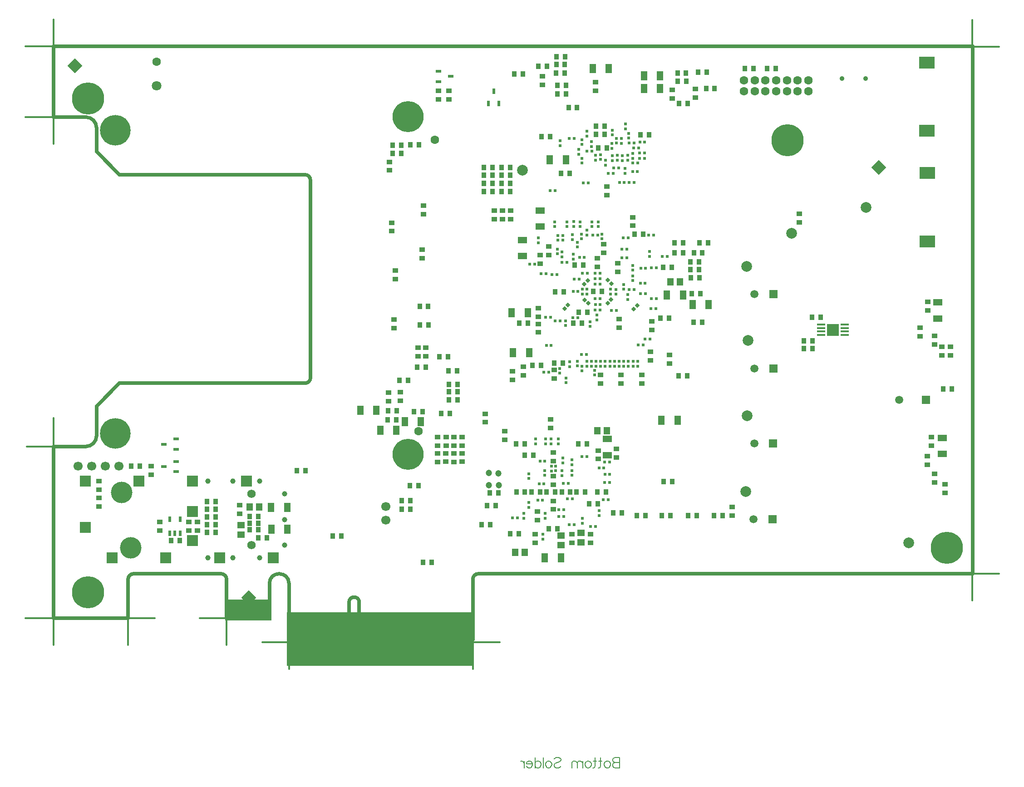
<source format=gbs>
G04*
G04 #@! TF.GenerationSoftware,Altium Limited,Altium Designer,21.6.4 (81)*
G04*
G04 Layer_Color=16711935*
%FSLAX24Y24*%
%MOIN*%
G70*
G04*
G04 #@! TF.SameCoordinates,234E1FED-3D11-4DA7-9908-FD86555A94E8*
G04*
G04*
G04 #@! TF.FilePolarity,Negative*
G04*
G01*
G75*
%ADD10C,0.0070*%
%ADD13C,0.0250*%
%ADD14C,0.0120*%
%ADD17R,0.0394X0.0354*%
%ADD18R,0.0354X0.0394*%
%ADD19R,0.0394X0.0374*%
%ADD20R,0.0374X0.0394*%
%ADD21R,0.0571X0.0453*%
%ADD25R,0.0244X0.0244*%
%ADD26R,0.0709X0.0453*%
%ADD27R,0.0453X0.0709*%
%ADD28R,0.0244X0.0244*%
%ADD29R,0.0236X0.0236*%
%ADD30R,0.0236X0.0236*%
%ADD31R,0.0591X0.0177*%
%ADD40R,0.0453X0.0571*%
%ADD58R,0.0276X0.1575*%
%ADD59R,0.0276X0.1260*%
%ADD73R,0.0394X0.0236*%
%ADD79C,0.1575*%
%ADD80C,0.2362*%
%ADD81C,0.0591*%
%ADD82R,0.0591X0.0591*%
%ADD83C,0.0787*%
%ADD84C,0.2244*%
%ADD85C,0.2283*%
%ADD86R,0.1181X0.0866*%
%ADD87C,0.0669*%
%ADD88C,0.0709*%
%ADD89C,0.0630*%
%ADD90C,0.0614*%
%ADD91C,0.0354*%
%ADD92C,0.0394*%
%ADD93R,0.0787X0.0787*%
%ADD129R,0.3440X0.1530*%
%ADD130R,1.3677X0.3937*%
%ADD131R,0.0850X0.0900*%
%ADD132C,0.0472*%
%ADD133P,0.0345X4X90.0*%
%ADD134P,0.1114X4X270.0*%
%ADD135P,0.0345X4X180.0*%
%ADD136R,0.0236X0.0413*%
%ADD137R,0.0236X0.0433*%
D10*
X72000Y24750D02*
Y24000D01*
Y24750D02*
X71679D01*
X71571Y24714D01*
X71536Y24678D01*
X71500Y24607D01*
Y24535D01*
X71536Y24464D01*
X71571Y24428D01*
X71679Y24393D01*
X72000D02*
X71679D01*
X71571Y24357D01*
X71536Y24321D01*
X71500Y24250D01*
Y24143D01*
X71536Y24071D01*
X71571Y24035D01*
X71679Y24000D01*
X72000D01*
X71154Y24500D02*
X71225Y24464D01*
X71297Y24393D01*
X71332Y24285D01*
Y24214D01*
X71297Y24107D01*
X71225Y24035D01*
X71154Y24000D01*
X71047D01*
X70975Y24035D01*
X70904Y24107D01*
X70868Y24214D01*
Y24285D01*
X70904Y24393D01*
X70975Y24464D01*
X71047Y24500D01*
X71154D01*
X70597Y24750D02*
Y24143D01*
X70561Y24035D01*
X70490Y24000D01*
X70418D01*
X70704Y24500D02*
X70454D01*
X70204Y24750D02*
Y24143D01*
X70168Y24035D01*
X70097Y24000D01*
X70025D01*
X70311Y24500D02*
X70061D01*
X69740D02*
X69811Y24464D01*
X69883Y24393D01*
X69918Y24285D01*
Y24214D01*
X69883Y24107D01*
X69811Y24035D01*
X69740Y24000D01*
X69633D01*
X69561Y24035D01*
X69490Y24107D01*
X69454Y24214D01*
Y24285D01*
X69490Y24393D01*
X69561Y24464D01*
X69633Y24500D01*
X69740D01*
X69290D02*
Y24000D01*
Y24357D02*
X69183Y24464D01*
X69111Y24500D01*
X69004D01*
X68933Y24464D01*
X68897Y24357D01*
Y24000D01*
Y24357D02*
X68790Y24464D01*
X68718Y24500D01*
X68611D01*
X68540Y24464D01*
X68504Y24357D01*
Y24000D01*
X67180Y24643D02*
X67251Y24714D01*
X67358Y24750D01*
X67501D01*
X67608Y24714D01*
X67679Y24643D01*
Y24571D01*
X67644Y24500D01*
X67608Y24464D01*
X67537Y24428D01*
X67322Y24357D01*
X67251Y24321D01*
X67215Y24285D01*
X67180Y24214D01*
Y24107D01*
X67251Y24035D01*
X67358Y24000D01*
X67501D01*
X67608Y24035D01*
X67679Y24107D01*
X66833Y24500D02*
X66905Y24464D01*
X66976Y24393D01*
X67012Y24285D01*
Y24214D01*
X66976Y24107D01*
X66905Y24035D01*
X66833Y24000D01*
X66726D01*
X66655Y24035D01*
X66583Y24107D01*
X66548Y24214D01*
Y24285D01*
X66583Y24393D01*
X66655Y24464D01*
X66726Y24500D01*
X66833D01*
X66383Y24750D02*
Y24000D01*
X65798Y24750D02*
Y24000D01*
Y24393D02*
X65869Y24464D01*
X65941Y24500D01*
X66048D01*
X66119Y24464D01*
X66190Y24393D01*
X66226Y24285D01*
Y24214D01*
X66190Y24107D01*
X66119Y24035D01*
X66048Y24000D01*
X65941D01*
X65869Y24035D01*
X65798Y24107D01*
X65598Y24285D02*
X65169D01*
Y24357D01*
X65205Y24428D01*
X65241Y24464D01*
X65312Y24500D01*
X65419D01*
X65491Y24464D01*
X65562Y24393D01*
X65598Y24285D01*
Y24214D01*
X65562Y24107D01*
X65491Y24035D01*
X65419Y24000D01*
X65312D01*
X65241Y24035D01*
X65169Y24107D01*
X65009Y24500D02*
Y24000D01*
Y24285D02*
X64973Y24393D01*
X64901Y24464D01*
X64830Y24500D01*
X64723D01*
X72000Y24750D02*
Y24000D01*
Y24750D02*
X71679D01*
X71572Y24714D01*
X71536Y24678D01*
X71500Y24607D01*
Y24536D01*
X71536Y24464D01*
X71572Y24428D01*
X71679Y24393D01*
X72000D02*
X71679D01*
X71572Y24357D01*
X71536Y24321D01*
X71500Y24250D01*
Y24143D01*
X71536Y24071D01*
X71572Y24036D01*
X71679Y24000D01*
X72000D01*
X71154Y24500D02*
X71225Y24464D01*
X71297Y24393D01*
X71332Y24286D01*
Y24214D01*
X71297Y24107D01*
X71225Y24036D01*
X71154Y24000D01*
X71047D01*
X70975Y24036D01*
X70904Y24107D01*
X70868Y24214D01*
Y24286D01*
X70904Y24393D01*
X70975Y24464D01*
X71047Y24500D01*
X71154D01*
X70597Y24750D02*
Y24143D01*
X70561Y24036D01*
X70490Y24000D01*
X70418D01*
X70704Y24500D02*
X70454D01*
X70204Y24750D02*
Y24143D01*
X70168Y24036D01*
X70097Y24000D01*
X70025D01*
X70311Y24500D02*
X70061D01*
X69740D02*
X69811Y24464D01*
X69883Y24393D01*
X69918Y24286D01*
Y24214D01*
X69883Y24107D01*
X69811Y24036D01*
X69740Y24000D01*
X69633D01*
X69561Y24036D01*
X69490Y24107D01*
X69454Y24214D01*
Y24286D01*
X69490Y24393D01*
X69561Y24464D01*
X69633Y24500D01*
X69740D01*
X69290D02*
Y24000D01*
Y24357D02*
X69183Y24464D01*
X69111Y24500D01*
X69004D01*
X68933Y24464D01*
X68897Y24357D01*
Y24000D01*
Y24357D02*
X68790Y24464D01*
X68719Y24500D01*
X68611D01*
X68540Y24464D01*
X68504Y24357D01*
Y24000D01*
X67180Y24643D02*
X67251Y24714D01*
X67358Y24750D01*
X67501D01*
X67608Y24714D01*
X67680Y24643D01*
Y24571D01*
X67644Y24500D01*
X67608Y24464D01*
X67537Y24428D01*
X67322Y24357D01*
X67251Y24321D01*
X67215Y24286D01*
X67180Y24214D01*
Y24107D01*
X67251Y24036D01*
X67358Y24000D01*
X67501D01*
X67608Y24036D01*
X67680Y24107D01*
X66833Y24500D02*
X66905Y24464D01*
X66976Y24393D01*
X67012Y24286D01*
Y24214D01*
X66976Y24107D01*
X66905Y24036D01*
X66833Y24000D01*
X66726D01*
X66655Y24036D01*
X66583Y24107D01*
X66548Y24214D01*
Y24286D01*
X66583Y24393D01*
X66655Y24464D01*
X66726Y24500D01*
X66833D01*
X66383Y24750D02*
Y24000D01*
X65798Y24750D02*
Y24000D01*
Y24393D02*
X65869Y24464D01*
X65941Y24500D01*
X66048D01*
X66119Y24464D01*
X66191Y24393D01*
X66226Y24286D01*
Y24214D01*
X66191Y24107D01*
X66119Y24036D01*
X66048Y24000D01*
X65941D01*
X65869Y24036D01*
X65798Y24107D01*
X65598Y24286D02*
X65169D01*
Y24357D01*
X65205Y24428D01*
X65241Y24464D01*
X65312Y24500D01*
X65419D01*
X65491Y24464D01*
X65562Y24393D01*
X65598Y24286D01*
Y24214D01*
X65562Y24107D01*
X65491Y24036D01*
X65419Y24000D01*
X65312D01*
X65241Y24036D01*
X65169Y24107D01*
X65009Y24500D02*
Y24000D01*
Y24286D02*
X64973Y24393D01*
X64902Y24464D01*
X64830Y24500D01*
X64723D01*
D13*
X61614Y38248D02*
G03*
X61220Y37854I0J-394D01*
G01*
X43130D02*
G03*
X42736Y38248I-394J0D01*
G01*
X36299D02*
G03*
X35905Y37854I0J-394D01*
G01*
X48898Y52244D02*
G03*
X49291Y52638I0J394D01*
G01*
Y67165D02*
G03*
X48898Y67559I-394J0D01*
G01*
X32795Y47598D02*
G03*
X33583Y48386I0J787D01*
G01*
Y71004D02*
G03*
X32795Y71791I-787J0D01*
G01*
X47716Y37529D02*
G03*
X46279Y37529I-719J0D01*
G01*
X52874Y36161D02*
G03*
X52126Y36161I-374J0D01*
G01*
X33583Y48386D02*
Y50551D01*
X35276Y52244D01*
X48898D01*
X35276Y67559D02*
X48898D01*
X61614Y38248D02*
X97904D01*
X61220Y33425D02*
Y37854D01*
X43130Y35000D02*
Y37854D01*
X36299Y38248D02*
X42736D01*
X35905Y35000D02*
Y37854D01*
X49291Y52638D02*
Y67165D01*
X33583Y69252D02*
X35276Y67559D01*
X33583Y69252D02*
Y71004D01*
X30433Y71791D02*
Y76988D01*
X97913D01*
X30433Y35000D02*
Y47598D01*
X32795D01*
X30433Y71791D02*
X32795D01*
X52126Y33425D02*
Y36161D01*
X43130Y35000D02*
X46279D01*
Y37529D01*
X47716Y33425D02*
Y37529D01*
Y33425D02*
X47913Y33228D01*
X51929D01*
X52126Y33425D01*
X52874D02*
Y36161D01*
Y33425D02*
X53071Y33228D01*
X53071Y33228D02*
X61024D01*
X61220Y33425D01*
X97913Y38248D02*
Y76988D01*
X30433Y35000D02*
X35905D01*
D14*
X46929Y52244D02*
X48898D01*
X49291Y52638D02*
Y54606D01*
Y65197D02*
Y67165D01*
X46811Y67559D02*
X48898D01*
X30433Y69823D02*
Y71791D01*
X28346D02*
X30433D01*
X28465Y47598D02*
X30433D01*
Y49685D01*
X35905Y35000D02*
X37874D01*
X35905Y33031D02*
Y35000D01*
X97884Y36284D02*
Y38253D01*
X61220Y33229D02*
X63189D01*
X61220Y31260D02*
Y33229D01*
X47716Y31260D02*
Y33228D01*
X28346Y76988D02*
X30433D01*
Y78956D01*
X97898Y76954D02*
Y78923D01*
Y76954D02*
X99866D01*
X43130Y33031D02*
Y35000D01*
X41161D02*
X43130D01*
X45748Y33228D02*
X47716D01*
X97884Y38253D02*
X99852D01*
X28346Y35000D02*
X30433D01*
Y33031D02*
Y35000D01*
D17*
X33750Y43815D02*
D03*
Y43185D02*
D03*
X37600Y46165D02*
D03*
Y45535D02*
D03*
X59473Y73713D02*
D03*
Y73083D02*
D03*
X40349Y41413D02*
D03*
Y42043D02*
D03*
X58643Y47653D02*
D03*
Y48283D02*
D03*
X59843Y47653D02*
D03*
Y48283D02*
D03*
X59243Y47103D02*
D03*
Y46473D02*
D03*
X60433Y47103D02*
D03*
Y46473D02*
D03*
X66924Y49584D02*
D03*
Y48954D02*
D03*
X70213Y73723D02*
D03*
Y74353D02*
D03*
X70829Y62459D02*
D03*
Y61829D02*
D03*
X71063Y66043D02*
D03*
Y66673D02*
D03*
X69876Y40511D02*
D03*
Y41141D02*
D03*
X70376Y60795D02*
D03*
Y61425D02*
D03*
X33750Y44435D02*
D03*
Y45065D02*
D03*
X94613Y58233D02*
D03*
Y57603D02*
D03*
X96280Y54931D02*
D03*
Y54301D02*
D03*
X95900Y44820D02*
D03*
Y44190D02*
D03*
X94903Y48283D02*
D03*
Y47653D02*
D03*
X63573Y48713D02*
D03*
Y48083D02*
D03*
X59843Y47093D02*
D03*
Y46463D02*
D03*
X60443Y47653D02*
D03*
Y48283D02*
D03*
X59253Y47653D02*
D03*
Y48283D02*
D03*
X58643Y46453D02*
D03*
Y47083D02*
D03*
X63403Y64913D02*
D03*
Y64283D02*
D03*
X63993Y64913D02*
D03*
Y64283D02*
D03*
X62793D02*
D03*
Y64913D02*
D03*
X40979Y42053D02*
D03*
Y41423D02*
D03*
X38239Y42063D02*
D03*
Y41433D02*
D03*
X85200Y64693D02*
D03*
Y64063D02*
D03*
X80273Y42523D02*
D03*
Y43153D02*
D03*
X58683Y73713D02*
D03*
Y73083D02*
D03*
X95659Y54931D02*
D03*
Y54301D02*
D03*
D18*
X86148Y54790D02*
D03*
X85518D02*
D03*
X76658Y61828D02*
D03*
X76028D02*
D03*
X48918Y45818D02*
D03*
X48288D02*
D03*
X62038Y68098D02*
D03*
X62668D02*
D03*
X62038Y66918D02*
D03*
X62668D02*
D03*
X62038Y67508D02*
D03*
X62668D02*
D03*
X62038Y66328D02*
D03*
X62668D02*
D03*
X63318D02*
D03*
X63948D02*
D03*
X63318Y67508D02*
D03*
X63948D02*
D03*
X63318Y66918D02*
D03*
X63948D02*
D03*
X63318Y68098D02*
D03*
X63948D02*
D03*
X62498Y41868D02*
D03*
X61868D02*
D03*
X75228Y45038D02*
D03*
X75858D02*
D03*
X96388Y51828D02*
D03*
X95758D02*
D03*
X70425Y69526D02*
D03*
X71055D02*
D03*
X64628Y56658D02*
D03*
X65258D02*
D03*
X70258Y71118D02*
D03*
X70888D02*
D03*
X67428Y74138D02*
D03*
X68058D02*
D03*
X67978Y75648D02*
D03*
X67348D02*
D03*
X76038Y62558D02*
D03*
X76668D02*
D03*
X59435Y53150D02*
D03*
X60065D02*
D03*
X56635Y69750D02*
D03*
X57265D02*
D03*
X58773Y54172D02*
D03*
X59403D02*
D03*
X50935Y41008D02*
D03*
X51565D02*
D03*
X58199Y39094D02*
D03*
X57569D02*
D03*
X41706Y43543D02*
D03*
X42336D02*
D03*
X41706Y42977D02*
D03*
X42336D02*
D03*
X41706Y42411D02*
D03*
X42336D02*
D03*
X41706Y41845D02*
D03*
X42336D02*
D03*
X41704Y41278D02*
D03*
X42334D02*
D03*
X55328Y69708D02*
D03*
X55958D02*
D03*
X55328Y69133D02*
D03*
X55958D02*
D03*
X69313Y60913D02*
D03*
X68683D02*
D03*
X64258Y74968D02*
D03*
X64888D02*
D03*
X36765Y46150D02*
D03*
X36135D02*
D03*
X82818Y75358D02*
D03*
X83448D02*
D03*
X63088Y44188D02*
D03*
X62458D02*
D03*
X78488Y62548D02*
D03*
X77858D02*
D03*
X62898Y43258D02*
D03*
X62268D02*
D03*
X55998Y42988D02*
D03*
X56628D02*
D03*
X55998Y43618D02*
D03*
X56628D02*
D03*
X85518Y55370D02*
D03*
X86148D02*
D03*
X71518Y42718D02*
D03*
X72148D02*
D03*
X79558Y42528D02*
D03*
X78928D02*
D03*
X77658D02*
D03*
X77028D02*
D03*
X75728Y42518D02*
D03*
X75098D02*
D03*
X73908Y42528D02*
D03*
X73278D02*
D03*
X76949Y52805D02*
D03*
X76319D02*
D03*
D19*
X55533Y60523D02*
D03*
Y59893D02*
D03*
X57579Y64658D02*
D03*
Y65288D02*
D03*
X55098Y67874D02*
D03*
Y68504D02*
D03*
X55423Y56299D02*
D03*
Y56929D02*
D03*
X57486Y61415D02*
D03*
Y62045D02*
D03*
X55256Y63406D02*
D03*
Y64035D02*
D03*
X75853Y73793D02*
D03*
Y73163D02*
D03*
X75663Y53703D02*
D03*
Y54333D02*
D03*
X55893Y51573D02*
D03*
Y50943D02*
D03*
X55023Y51553D02*
D03*
Y50923D02*
D03*
X77573Y73223D02*
D03*
Y73853D02*
D03*
X74260Y54555D02*
D03*
Y53925D02*
D03*
X66793Y62293D02*
D03*
Y61663D02*
D03*
X66333Y74163D02*
D03*
Y74793D02*
D03*
X64123Y52503D02*
D03*
Y53133D02*
D03*
X67130Y42975D02*
D03*
Y43605D02*
D03*
X67125Y45413D02*
D03*
Y44783D02*
D03*
X65953Y42195D02*
D03*
Y42824D02*
D03*
X44088Y43287D02*
D03*
Y42657D02*
D03*
X94583Y46873D02*
D03*
Y46243D02*
D03*
X66033Y55973D02*
D03*
Y56603D02*
D03*
X71872Y60431D02*
D03*
Y61061D02*
D03*
X64933Y53443D02*
D03*
Y52813D02*
D03*
X66033Y57743D02*
D03*
Y57113D02*
D03*
X66145Y61010D02*
D03*
Y61640D02*
D03*
X71960Y56957D02*
D03*
Y56327D02*
D03*
X71763Y46803D02*
D03*
Y47433D02*
D03*
X72111Y52842D02*
D03*
Y52212D02*
D03*
X73617D02*
D03*
Y52842D02*
D03*
X70595D02*
D03*
Y52212D02*
D03*
X67190Y53206D02*
D03*
Y52576D02*
D03*
X72964Y63807D02*
D03*
Y64437D02*
D03*
X65803Y41153D02*
D03*
Y40523D02*
D03*
X68498Y41141D02*
D03*
Y40511D02*
D03*
X70432Y47303D02*
D03*
Y46673D02*
D03*
X67120Y47145D02*
D03*
Y46515D02*
D03*
X57200Y54865D02*
D03*
Y54235D02*
D03*
X57750D02*
D03*
Y54865D02*
D03*
X94073Y56313D02*
D03*
Y55683D02*
D03*
X62113Y50003D02*
D03*
Y49373D02*
D03*
X74353Y56793D02*
D03*
Y56163D02*
D03*
X95113Y55733D02*
D03*
Y55103D02*
D03*
X95143Y44953D02*
D03*
Y45583D02*
D03*
D20*
X57964Y56531D02*
D03*
X57334D02*
D03*
X81838Y75358D02*
D03*
X81208D02*
D03*
X67318Y75008D02*
D03*
X67948D02*
D03*
X67418Y73488D02*
D03*
X68048D02*
D03*
X76248Y75018D02*
D03*
X76878D02*
D03*
X57228Y44718D02*
D03*
X56598D02*
D03*
X66255Y70352D02*
D03*
X66884D02*
D03*
X77448Y61838D02*
D03*
X78078D02*
D03*
X56883Y50157D02*
D03*
X57513D02*
D03*
X77858Y59978D02*
D03*
X77228D02*
D03*
X57120Y53424D02*
D03*
X57750D02*
D03*
X60085Y52170D02*
D03*
X59455D02*
D03*
X55835Y52450D02*
D03*
X56465D02*
D03*
X66668Y75518D02*
D03*
X66038D02*
D03*
X76998Y72788D02*
D03*
X76368D02*
D03*
X75638Y57008D02*
D03*
X75008D02*
D03*
X75209Y60746D02*
D03*
X75838D02*
D03*
X70262Y70531D02*
D03*
X70892D02*
D03*
X73516Y70490D02*
D03*
X74146D02*
D03*
X73725Y63200D02*
D03*
X73095D02*
D03*
X67700Y67644D02*
D03*
X68330D02*
D03*
X65028Y47805D02*
D03*
X64398D02*
D03*
X68955D02*
D03*
X69585D02*
D03*
X65658Y46958D02*
D03*
X65028D02*
D03*
X66785Y41560D02*
D03*
X67415D02*
D03*
X68827Y44271D02*
D03*
X69457D02*
D03*
X77938Y58808D02*
D03*
X77308D02*
D03*
X60085Y51020D02*
D03*
X59455D02*
D03*
X54988Y50238D02*
D03*
X55618D02*
D03*
X69237Y56641D02*
D03*
X68607D02*
D03*
X46087Y40874D02*
D03*
X45457D02*
D03*
X44836Y41968D02*
D03*
X45466D02*
D03*
Y41476D02*
D03*
X44836D02*
D03*
Y42460D02*
D03*
X45466D02*
D03*
X68248Y72478D02*
D03*
X68878D02*
D03*
X67368Y76238D02*
D03*
X67998D02*
D03*
X67256Y58965D02*
D03*
X67886D02*
D03*
X78048Y56728D02*
D03*
X77418D02*
D03*
X39704Y40698D02*
D03*
X39074D02*
D03*
X77836Y60580D02*
D03*
X77206D02*
D03*
X69631Y57448D02*
D03*
X69001D02*
D03*
X70071Y58984D02*
D03*
X70701D02*
D03*
X77836Y61142D02*
D03*
X77206D02*
D03*
X67829Y53718D02*
D03*
X67199D02*
D03*
X66235Y53551D02*
D03*
X65605D02*
D03*
X70979Y44240D02*
D03*
X70349D02*
D03*
X65526Y44259D02*
D03*
X66156D02*
D03*
X64585Y41200D02*
D03*
X63955D02*
D03*
X69759Y43393D02*
D03*
X70388D02*
D03*
X65044Y44250D02*
D03*
X64414D02*
D03*
X67272Y44271D02*
D03*
X66642D02*
D03*
X68375Y44252D02*
D03*
X67745D02*
D03*
X76268Y74418D02*
D03*
X76898D02*
D03*
X59455Y51620D02*
D03*
X60085D02*
D03*
X55608Y49568D02*
D03*
X54978D02*
D03*
X58885Y50020D02*
D03*
X59515D02*
D03*
X78348Y73888D02*
D03*
X78978D02*
D03*
X86132Y57087D02*
D03*
X86762D02*
D03*
X78388Y75078D02*
D03*
X77758D02*
D03*
X57943Y57894D02*
D03*
X57313D02*
D03*
D21*
X69167Y40550D02*
D03*
Y41259D02*
D03*
X44187Y41830D02*
D03*
Y41121D02*
D03*
X67711Y40352D02*
D03*
Y41061D02*
D03*
D25*
X75143Y61570D02*
D03*
X75497D02*
D03*
X70025Y63138D02*
D03*
X70380D02*
D03*
X69687Y66967D02*
D03*
X69333D02*
D03*
X73870Y59585D02*
D03*
X73516D02*
D03*
X73909Y60697D02*
D03*
X73555D02*
D03*
X74333Y60707D02*
D03*
X74687D02*
D03*
X74680Y58458D02*
D03*
X74326D02*
D03*
X73897Y58830D02*
D03*
X73543D02*
D03*
X74480Y63138D02*
D03*
X74126D02*
D03*
X73330Y68408D02*
D03*
X72976D02*
D03*
X73057Y67000D02*
D03*
X72703D02*
D03*
X71519Y67644D02*
D03*
X71164D02*
D03*
X68306Y70238D02*
D03*
X68660D02*
D03*
X72337Y67000D02*
D03*
X71983D02*
D03*
X73827Y68760D02*
D03*
X73473D02*
D03*
X73840Y69949D02*
D03*
X73486D02*
D03*
X69047Y61484D02*
D03*
X69401D02*
D03*
X72617Y62930D02*
D03*
X72263D02*
D03*
X72512Y62085D02*
D03*
X72157D02*
D03*
X68577Y57055D02*
D03*
X68932D02*
D03*
X73369Y55056D02*
D03*
X73723D02*
D03*
X67524Y42940D02*
D03*
X67879D02*
D03*
X70225Y41712D02*
D03*
X69871D02*
D03*
X66507Y46520D02*
D03*
X66153D02*
D03*
X68532Y43740D02*
D03*
X68178D02*
D03*
X66337Y43661D02*
D03*
X65983D02*
D03*
X67888Y42448D02*
D03*
X67534D02*
D03*
X66616Y55038D02*
D03*
X66970D02*
D03*
X64142Y42342D02*
D03*
X64497D02*
D03*
X67873Y44901D02*
D03*
X68227D02*
D03*
X74660Y57728D02*
D03*
X74306D02*
D03*
X67263Y66374D02*
D03*
X66909D02*
D03*
X72167Y61465D02*
D03*
X72522D02*
D03*
X67267Y56827D02*
D03*
X67621D02*
D03*
X65762Y60982D02*
D03*
X65408D02*
D03*
X67034Y60215D02*
D03*
X67389D02*
D03*
X70206Y58448D02*
D03*
X70560D02*
D03*
X70573Y58010D02*
D03*
X70218D02*
D03*
X70563Y59516D02*
D03*
X70209D02*
D03*
Y60313D02*
D03*
X70563D02*
D03*
X69273Y60320D02*
D03*
X69627D02*
D03*
X70563Y57606D02*
D03*
X70209D02*
D03*
X70563Y59929D02*
D03*
X70209D02*
D03*
X68583Y58990D02*
D03*
X68937D02*
D03*
X69027Y59890D02*
D03*
X68673D02*
D03*
X71409Y57587D02*
D03*
X71764D02*
D03*
X68117Y61110D02*
D03*
X67763D02*
D03*
X73066Y59113D02*
D03*
X72711D02*
D03*
X68292Y41868D02*
D03*
X68646D02*
D03*
X69585Y46840D02*
D03*
X69231D02*
D03*
X66436Y44842D02*
D03*
X66081D02*
D03*
X74217Y55480D02*
D03*
X73863D02*
D03*
X66226Y60288D02*
D03*
X66580D02*
D03*
X70481Y46023D02*
D03*
X70835D02*
D03*
X66930Y57088D02*
D03*
X66576D02*
D03*
D26*
X95683Y47047D02*
D03*
Y48229D02*
D03*
X66164Y64928D02*
D03*
Y63746D02*
D03*
X71100Y48141D02*
D03*
Y46959D02*
D03*
X64863Y61587D02*
D03*
Y62769D02*
D03*
X95373Y56997D02*
D03*
Y58179D02*
D03*
D27*
X64178Y54476D02*
D03*
X65359D02*
D03*
X66499Y39430D02*
D03*
X67681D02*
D03*
X68048Y68659D02*
D03*
X66867D02*
D03*
X56212Y49438D02*
D03*
X57394D02*
D03*
X54422Y48778D02*
D03*
X55604D02*
D03*
X75466Y58708D02*
D03*
X76647D02*
D03*
X74964Y74828D02*
D03*
X73782D02*
D03*
X71194Y75358D02*
D03*
X70012D02*
D03*
X73779Y73874D02*
D03*
X74960D02*
D03*
X64068Y57418D02*
D03*
X65249D02*
D03*
X77352Y58038D02*
D03*
X78534D02*
D03*
X46428Y41528D02*
D03*
X47609D02*
D03*
X46398Y43118D02*
D03*
X47579D02*
D03*
X75072Y49528D02*
D03*
X76254D02*
D03*
X54134Y50248D02*
D03*
X52952D02*
D03*
D28*
X71449Y70480D02*
D03*
Y70835D02*
D03*
X72974Y60539D02*
D03*
Y60894D02*
D03*
X69930Y69977D02*
D03*
Y69623D02*
D03*
X72430Y71277D02*
D03*
Y70923D02*
D03*
X69234Y69782D02*
D03*
Y70136D02*
D03*
X67620Y70057D02*
D03*
Y69703D02*
D03*
X69611Y70746D02*
D03*
Y70391D02*
D03*
X68895Y62246D02*
D03*
Y62601D02*
D03*
X69820Y56767D02*
D03*
Y56413D02*
D03*
X68020Y56827D02*
D03*
Y56473D02*
D03*
X65343Y45600D02*
D03*
Y45246D02*
D03*
Y43484D02*
D03*
Y43130D02*
D03*
X70501Y42519D02*
D03*
Y42874D02*
D03*
X68493Y45826D02*
D03*
Y45472D02*
D03*
Y46260D02*
D03*
Y46614D02*
D03*
X67302Y46161D02*
D03*
Y45807D02*
D03*
X67833Y46387D02*
D03*
Y46742D02*
D03*
X69261Y41968D02*
D03*
Y42323D02*
D03*
X64950Y42687D02*
D03*
Y42332D02*
D03*
X66505Y45826D02*
D03*
Y45472D02*
D03*
X66524Y42332D02*
D03*
Y42687D02*
D03*
X68998Y69417D02*
D03*
Y69063D02*
D03*
X67420Y62097D02*
D03*
Y61743D02*
D03*
X74195Y61553D02*
D03*
Y61908D02*
D03*
X66017Y62921D02*
D03*
Y62567D02*
D03*
X72290Y59143D02*
D03*
Y59497D02*
D03*
X69250Y58793D02*
D03*
Y59147D02*
D03*
X71714Y59132D02*
D03*
Y58778D02*
D03*
X71321Y59142D02*
D03*
Y58787D02*
D03*
X69608D02*
D03*
Y59142D02*
D03*
X70336Y56888D02*
D03*
Y57242D02*
D03*
X72610Y58393D02*
D03*
Y58747D02*
D03*
X68604Y61711D02*
D03*
Y61356D02*
D03*
X67770Y61877D02*
D03*
Y61523D02*
D03*
X66353Y40791D02*
D03*
Y41145D02*
D03*
X66980Y46157D02*
D03*
Y45803D02*
D03*
X67760Y45470D02*
D03*
Y45824D02*
D03*
D29*
X66953Y47793D02*
D03*
Y48147D02*
D03*
X66570Y47793D02*
D03*
Y48147D02*
D03*
X72301Y53856D02*
D03*
Y53502D02*
D03*
X73320Y53857D02*
D03*
Y53503D02*
D03*
X71961Y53856D02*
D03*
Y53502D02*
D03*
X72640Y53856D02*
D03*
Y53502D02*
D03*
X71621Y53856D02*
D03*
Y53502D02*
D03*
X70941Y53856D02*
D03*
Y53502D02*
D03*
X72980Y53856D02*
D03*
Y53502D02*
D03*
X70601Y53856D02*
D03*
Y53502D02*
D03*
X71281Y53856D02*
D03*
Y53502D02*
D03*
X69582Y53856D02*
D03*
Y53502D02*
D03*
X70152Y52842D02*
D03*
Y53196D02*
D03*
X70262Y53856D02*
D03*
Y53502D02*
D03*
X69922Y53856D02*
D03*
Y53502D02*
D03*
X71823Y68631D02*
D03*
Y68985D02*
D03*
X70223Y68621D02*
D03*
Y68975D02*
D03*
X70603Y68681D02*
D03*
Y69035D02*
D03*
X72382Y67665D02*
D03*
Y68020D02*
D03*
X69207Y62843D02*
D03*
Y63197D02*
D03*
X68142Y63748D02*
D03*
Y64102D02*
D03*
X71760Y69873D02*
D03*
Y70227D02*
D03*
X71453Y68601D02*
D03*
Y68955D02*
D03*
X70949Y68256D02*
D03*
Y68610D02*
D03*
X72963Y69125D02*
D03*
Y68771D02*
D03*
X71433Y69501D02*
D03*
Y69855D02*
D03*
X72659Y70244D02*
D03*
Y70599D02*
D03*
X72118Y69867D02*
D03*
Y70222D02*
D03*
X72583Y68621D02*
D03*
Y68975D02*
D03*
X72203Y68601D02*
D03*
Y68955D02*
D03*
X69244Y68413D02*
D03*
Y68768D02*
D03*
X67453Y62744D02*
D03*
Y63099D02*
D03*
X67827Y62744D02*
D03*
Y63099D02*
D03*
X69953Y63748D02*
D03*
Y64102D02*
D03*
X70710Y62843D02*
D03*
Y63197D02*
D03*
X69080Y63743D02*
D03*
Y64097D02*
D03*
X69242Y53147D02*
D03*
Y53502D02*
D03*
X67495Y47793D02*
D03*
Y48147D02*
D03*
X65831Y47793D02*
D03*
Y48147D02*
D03*
X69598Y63118D02*
D03*
Y63473D02*
D03*
X67236Y63748D02*
D03*
Y64102D02*
D03*
X68614Y63768D02*
D03*
Y64122D02*
D03*
X70425Y63748D02*
D03*
Y64102D02*
D03*
X68533Y62786D02*
D03*
Y63140D02*
D03*
X68340Y53453D02*
D03*
Y53807D02*
D03*
X68902Y53511D02*
D03*
Y53866D02*
D03*
X67603Y53334D02*
D03*
Y52980D02*
D03*
X68070Y52283D02*
D03*
Y52637D02*
D03*
X72950Y60127D02*
D03*
Y59773D02*
D03*
D30*
X71572Y68060D02*
D03*
X71927D02*
D03*
X72947Y67775D02*
D03*
X73302D02*
D03*
X72709Y69890D02*
D03*
X73063D02*
D03*
X69603Y69290D02*
D03*
X69957D02*
D03*
X73043Y69510D02*
D03*
X73397D02*
D03*
X73463Y69150D02*
D03*
X73817D02*
D03*
X71156Y43689D02*
D03*
X70802D02*
D03*
X71264Y44958D02*
D03*
X70910D02*
D03*
X71274Y45549D02*
D03*
X70920D02*
D03*
X71255Y46454D02*
D03*
X70900D02*
D03*
X69197Y54358D02*
D03*
X69552D02*
D03*
X66796Y53039D02*
D03*
X66442D02*
D03*
D31*
X88519Y56552D02*
D03*
Y56296D02*
D03*
Y56040D02*
D03*
Y55784D02*
D03*
X86787D02*
D03*
Y56040D02*
D03*
Y56296D02*
D03*
Y56552D02*
D03*
D40*
X65034Y39811D02*
D03*
X64325D02*
D03*
X44817Y43149D02*
D03*
X45525D02*
D03*
X70350Y48750D02*
D03*
X71059D02*
D03*
X75713Y59692D02*
D03*
X76422D02*
D03*
D58*
X60984Y34646D02*
D03*
X60591Y34646D02*
D03*
X60197Y34646D02*
D03*
X59803Y34646D02*
D03*
X59409Y34646D02*
D03*
X59016Y34646D02*
D03*
X58622Y34646D02*
D03*
X58228Y34646D02*
D03*
X57835Y34646D02*
D03*
X57441Y34646D02*
D03*
X57047Y34646D02*
D03*
X56654Y34646D02*
D03*
X56260Y34646D02*
D03*
X55866Y34646D02*
D03*
X48346Y34646D02*
D03*
X48740D02*
D03*
X49134D02*
D03*
X49528D02*
D03*
X49921D02*
D03*
X50315D02*
D03*
X50709D02*
D03*
X51102D02*
D03*
X51496D02*
D03*
X51890D02*
D03*
X53110D02*
D03*
X53504D02*
D03*
X53898D02*
D03*
X54291D02*
D03*
X54685D02*
D03*
X55079D02*
D03*
X55472D02*
D03*
D59*
X47953Y34803D02*
D03*
D73*
X38530Y47768D02*
D03*
X39436Y47394D02*
D03*
Y48142D02*
D03*
X39426Y46502D02*
D03*
Y45754D02*
D03*
X38520Y46128D02*
D03*
X58680Y74404D02*
D03*
Y75152D02*
D03*
X59586Y74778D02*
D03*
D79*
X36089Y40158D02*
D03*
X35439Y44238D02*
D03*
D80*
X96013Y40168D02*
D03*
X32952Y73168D02*
D03*
X84343Y70098D02*
D03*
X32952Y36892D02*
D03*
D81*
X81884Y47808D02*
D03*
X81834Y42248D02*
D03*
X81904Y58798D02*
D03*
Y53338D02*
D03*
X92539Y51038D02*
D03*
D82*
X83262Y47808D02*
D03*
X83212Y42248D02*
D03*
X83282Y58798D02*
D03*
Y53338D02*
D03*
X94507Y51038D02*
D03*
D83*
X81373Y49848D02*
D03*
X93233Y40508D02*
D03*
X90100Y65150D02*
D03*
X81253Y44288D02*
D03*
X81323Y60828D02*
D03*
X81413Y55398D02*
D03*
X84627Y63240D02*
D03*
X64873Y67878D02*
D03*
D84*
X34961Y48563D02*
D03*
Y70827D02*
D03*
D85*
X56457Y47008D02*
D03*
X56457Y71811D02*
D03*
D86*
X94563Y75788D02*
D03*
Y70772D02*
D03*
X94583Y67678D02*
D03*
Y62662D02*
D03*
D87*
X54813Y43188D02*
D03*
Y42188D02*
D03*
X34244Y46144D02*
D03*
X35244D02*
D03*
X33244D02*
D03*
X32244D02*
D03*
D88*
X38002Y74075D02*
D03*
D89*
Y75846D02*
D03*
X84280Y73684D02*
D03*
Y74472D02*
D03*
X83493Y73684D02*
D03*
Y74472D02*
D03*
X82706Y73684D02*
D03*
Y74472D02*
D03*
X81918D02*
D03*
Y73684D02*
D03*
X81131Y74472D02*
D03*
Y73684D02*
D03*
X85855Y74472D02*
D03*
Y73684D02*
D03*
X85068Y74472D02*
D03*
Y73684D02*
D03*
X57238Y48718D02*
D03*
X58439Y70128D02*
D03*
D90*
X44961Y44122D02*
D03*
Y40343D02*
D03*
D91*
X90069Y74632D02*
D03*
X88337D02*
D03*
D92*
X41746Y45045D02*
D03*
X43596D02*
D03*
X45565D02*
D03*
Y39435D02*
D03*
X43596D02*
D03*
X41746D02*
D03*
X47402Y44122D02*
D03*
Y42232D02*
D03*
Y40343D02*
D03*
D93*
X32770Y45045D02*
D03*
X36707D02*
D03*
X40644D02*
D03*
X44581D02*
D03*
X42612Y39435D02*
D03*
X46549D02*
D03*
X38675D02*
D03*
X34738D02*
D03*
X32770Y41667D02*
D03*
X40644Y42809D02*
D03*
Y40683D02*
D03*
D129*
X44713Y35593D02*
D03*
D130*
X54382Y33464D02*
D03*
D131*
X87658Y56168D02*
D03*
D132*
X62403Y45648D02*
D03*
X62393Y44748D02*
D03*
X63113Y44758D02*
D03*
X63093Y45628D02*
D03*
D133*
X73288Y57943D02*
D03*
X73038Y57693D02*
D03*
X67957Y57727D02*
D03*
X68208Y57978D02*
D03*
X71377Y58381D02*
D03*
X71127Y58131D02*
D03*
X69404Y59538D02*
D03*
X69655Y59789D02*
D03*
D134*
X44750Y36500D02*
D03*
X91033Y68088D02*
D03*
X32003Y75558D02*
D03*
D135*
X69684Y58121D02*
D03*
X69434Y58371D02*
D03*
X71136Y59818D02*
D03*
X71387Y59568D02*
D03*
D136*
X62750Y73703D02*
D03*
X62376Y72797D02*
D03*
X63124D02*
D03*
D137*
X39713Y41236D02*
D03*
X39339D02*
D03*
X38965D02*
D03*
Y42260D02*
D03*
X39713D02*
D03*
M02*

</source>
